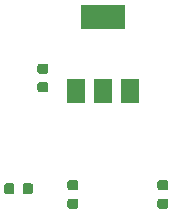
<source format=gbp>
%TF.GenerationSoftware,KiCad,Pcbnew,(5.1.6)-1*%
%TF.CreationDate,2020-11-18T13:32:08+05:30*%
%TF.ProjectId,ATTiny85 Development Board,41545469-6e79-4383-9520-446576656c6f,rev?*%
%TF.SameCoordinates,Original*%
%TF.FileFunction,Paste,Bot*%
%TF.FilePolarity,Positive*%
%FSLAX46Y46*%
G04 Gerber Fmt 4.6, Leading zero omitted, Abs format (unit mm)*
G04 Created by KiCad (PCBNEW (5.1.6)-1) date 2020-11-18 13:32:08*
%MOMM*%
%LPD*%
G01*
G04 APERTURE LIST*
%ADD10R,3.800000X2.000000*%
%ADD11R,1.500000X2.000000*%
G04 APERTURE END LIST*
%TO.C,C3*%
G36*
G01*
X134363750Y-130067500D02*
X134876250Y-130067500D01*
G75*
G02*
X135095000Y-130286250I0J-218750D01*
G01*
X135095000Y-130723750D01*
G75*
G02*
X134876250Y-130942500I-218750J0D01*
G01*
X134363750Y-130942500D01*
G75*
G02*
X134145000Y-130723750I0J218750D01*
G01*
X134145000Y-130286250D01*
G75*
G02*
X134363750Y-130067500I218750J0D01*
G01*
G37*
G36*
G01*
X134363750Y-131642500D02*
X134876250Y-131642500D01*
G75*
G02*
X135095000Y-131861250I0J-218750D01*
G01*
X135095000Y-132298750D01*
G75*
G02*
X134876250Y-132517500I-218750J0D01*
G01*
X134363750Y-132517500D01*
G75*
G02*
X134145000Y-132298750I0J218750D01*
G01*
X134145000Y-131861250D01*
G75*
G02*
X134363750Y-131642500I218750J0D01*
G01*
G37*
%TD*%
%TO.C,C4*%
G36*
G01*
X141983750Y-131642500D02*
X142496250Y-131642500D01*
G75*
G02*
X142715000Y-131861250I0J-218750D01*
G01*
X142715000Y-132298750D01*
G75*
G02*
X142496250Y-132517500I-218750J0D01*
G01*
X141983750Y-132517500D01*
G75*
G02*
X141765000Y-132298750I0J218750D01*
G01*
X141765000Y-131861250D01*
G75*
G02*
X141983750Y-131642500I218750J0D01*
G01*
G37*
G36*
G01*
X141983750Y-130067500D02*
X142496250Y-130067500D01*
G75*
G02*
X142715000Y-130286250I0J-218750D01*
G01*
X142715000Y-130723750D01*
G75*
G02*
X142496250Y-130942500I-218750J0D01*
G01*
X141983750Y-130942500D01*
G75*
G02*
X141765000Y-130723750I0J218750D01*
G01*
X141765000Y-130286250D01*
G75*
G02*
X141983750Y-130067500I218750J0D01*
G01*
G37*
%TD*%
%TO.C,R2*%
G36*
G01*
X131247500Y-130553750D02*
X131247500Y-131066250D01*
G75*
G02*
X131028750Y-131285000I-218750J0D01*
G01*
X130591250Y-131285000D01*
G75*
G02*
X130372500Y-131066250I0J218750D01*
G01*
X130372500Y-130553750D01*
G75*
G02*
X130591250Y-130335000I218750J0D01*
G01*
X131028750Y-130335000D01*
G75*
G02*
X131247500Y-130553750I0J-218750D01*
G01*
G37*
G36*
G01*
X129672500Y-130553750D02*
X129672500Y-131066250D01*
G75*
G02*
X129453750Y-131285000I-218750J0D01*
G01*
X129016250Y-131285000D01*
G75*
G02*
X128797500Y-131066250I0J218750D01*
G01*
X128797500Y-130553750D01*
G75*
G02*
X129016250Y-130335000I218750J0D01*
G01*
X129453750Y-130335000D01*
G75*
G02*
X129672500Y-130553750I0J-218750D01*
G01*
G37*
%TD*%
%TO.C,R3*%
G36*
G01*
X132336250Y-121087500D02*
X131823750Y-121087500D01*
G75*
G02*
X131605000Y-120868750I0J218750D01*
G01*
X131605000Y-120431250D01*
G75*
G02*
X131823750Y-120212500I218750J0D01*
G01*
X132336250Y-120212500D01*
G75*
G02*
X132555000Y-120431250I0J-218750D01*
G01*
X132555000Y-120868750D01*
G75*
G02*
X132336250Y-121087500I-218750J0D01*
G01*
G37*
G36*
G01*
X132336250Y-122662500D02*
X131823750Y-122662500D01*
G75*
G02*
X131605000Y-122443750I0J218750D01*
G01*
X131605000Y-122006250D01*
G75*
G02*
X131823750Y-121787500I218750J0D01*
G01*
X132336250Y-121787500D01*
G75*
G02*
X132555000Y-122006250I0J-218750D01*
G01*
X132555000Y-122443750D01*
G75*
G02*
X132336250Y-122662500I-218750J0D01*
G01*
G37*
%TD*%
D10*
%TO.C,U3*%
X137160000Y-116230000D03*
D11*
X137160000Y-122530000D03*
X134860000Y-122530000D03*
X139460000Y-122530000D03*
%TD*%
M02*

</source>
